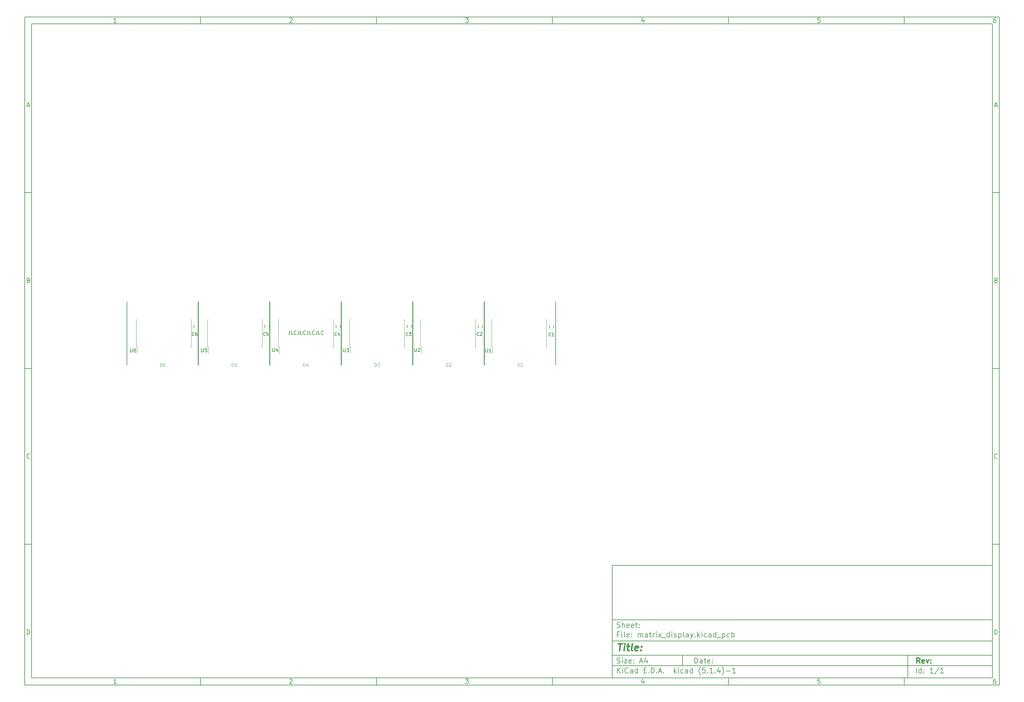
<source format=gto>
G04 #@! TF.GenerationSoftware,KiCad,Pcbnew,(5.1.4)-1*
G04 #@! TF.CreationDate,2019-10-28T14:50:51+08:00*
G04 #@! TF.ProjectId,matrix_display,6d617472-6978-45f6-9469-73706c61792e,rev?*
G04 #@! TF.SameCoordinates,Original*
G04 #@! TF.FileFunction,Legend,Top*
G04 #@! TF.FilePolarity,Positive*
%FSLAX46Y46*%
G04 Gerber Fmt 4.6, Leading zero omitted, Abs format (unit mm)*
G04 Created by KiCad (PCBNEW (5.1.4)-1) date 2019-10-28 14:50:51*
%MOMM*%
%LPD*%
G04 APERTURE LIST*
%ADD10C,0.150000*%
%ADD11C,0.300000*%
%ADD12C,0.400000*%
%ADD13C,0.120000*%
G04 APERTURE END LIST*
D10*
X177002200Y-166007200D02*
X177002200Y-198007200D01*
X285002200Y-198007200D01*
X285002200Y-166007200D01*
X177002200Y-166007200D01*
X10000000Y-10000000D02*
X10000000Y-200007200D01*
X287002200Y-200007200D01*
X287002200Y-10000000D01*
X10000000Y-10000000D01*
X12000000Y-12000000D02*
X12000000Y-198007200D01*
X285002200Y-198007200D01*
X285002200Y-12000000D01*
X12000000Y-12000000D01*
X60000000Y-12000000D02*
X60000000Y-10000000D01*
X110000000Y-12000000D02*
X110000000Y-10000000D01*
X160000000Y-12000000D02*
X160000000Y-10000000D01*
X210000000Y-12000000D02*
X210000000Y-10000000D01*
X260000000Y-12000000D02*
X260000000Y-10000000D01*
X36065476Y-11588095D02*
X35322619Y-11588095D01*
X35694047Y-11588095D02*
X35694047Y-10288095D01*
X35570238Y-10473809D01*
X35446428Y-10597619D01*
X35322619Y-10659523D01*
X85322619Y-10411904D02*
X85384523Y-10350000D01*
X85508333Y-10288095D01*
X85817857Y-10288095D01*
X85941666Y-10350000D01*
X86003571Y-10411904D01*
X86065476Y-10535714D01*
X86065476Y-10659523D01*
X86003571Y-10845238D01*
X85260714Y-11588095D01*
X86065476Y-11588095D01*
X135260714Y-10288095D02*
X136065476Y-10288095D01*
X135632142Y-10783333D01*
X135817857Y-10783333D01*
X135941666Y-10845238D01*
X136003571Y-10907142D01*
X136065476Y-11030952D01*
X136065476Y-11340476D01*
X136003571Y-11464285D01*
X135941666Y-11526190D01*
X135817857Y-11588095D01*
X135446428Y-11588095D01*
X135322619Y-11526190D01*
X135260714Y-11464285D01*
X185941666Y-10721428D02*
X185941666Y-11588095D01*
X185632142Y-10226190D02*
X185322619Y-11154761D01*
X186127380Y-11154761D01*
X236003571Y-10288095D02*
X235384523Y-10288095D01*
X235322619Y-10907142D01*
X235384523Y-10845238D01*
X235508333Y-10783333D01*
X235817857Y-10783333D01*
X235941666Y-10845238D01*
X236003571Y-10907142D01*
X236065476Y-11030952D01*
X236065476Y-11340476D01*
X236003571Y-11464285D01*
X235941666Y-11526190D01*
X235817857Y-11588095D01*
X235508333Y-11588095D01*
X235384523Y-11526190D01*
X235322619Y-11464285D01*
X285941666Y-10288095D02*
X285694047Y-10288095D01*
X285570238Y-10350000D01*
X285508333Y-10411904D01*
X285384523Y-10597619D01*
X285322619Y-10845238D01*
X285322619Y-11340476D01*
X285384523Y-11464285D01*
X285446428Y-11526190D01*
X285570238Y-11588095D01*
X285817857Y-11588095D01*
X285941666Y-11526190D01*
X286003571Y-11464285D01*
X286065476Y-11340476D01*
X286065476Y-11030952D01*
X286003571Y-10907142D01*
X285941666Y-10845238D01*
X285817857Y-10783333D01*
X285570238Y-10783333D01*
X285446428Y-10845238D01*
X285384523Y-10907142D01*
X285322619Y-11030952D01*
X60000000Y-198007200D02*
X60000000Y-200007200D01*
X110000000Y-198007200D02*
X110000000Y-200007200D01*
X160000000Y-198007200D02*
X160000000Y-200007200D01*
X210000000Y-198007200D02*
X210000000Y-200007200D01*
X260000000Y-198007200D02*
X260000000Y-200007200D01*
X36065476Y-199595295D02*
X35322619Y-199595295D01*
X35694047Y-199595295D02*
X35694047Y-198295295D01*
X35570238Y-198481009D01*
X35446428Y-198604819D01*
X35322619Y-198666723D01*
X85322619Y-198419104D02*
X85384523Y-198357200D01*
X85508333Y-198295295D01*
X85817857Y-198295295D01*
X85941666Y-198357200D01*
X86003571Y-198419104D01*
X86065476Y-198542914D01*
X86065476Y-198666723D01*
X86003571Y-198852438D01*
X85260714Y-199595295D01*
X86065476Y-199595295D01*
X135260714Y-198295295D02*
X136065476Y-198295295D01*
X135632142Y-198790533D01*
X135817857Y-198790533D01*
X135941666Y-198852438D01*
X136003571Y-198914342D01*
X136065476Y-199038152D01*
X136065476Y-199347676D01*
X136003571Y-199471485D01*
X135941666Y-199533390D01*
X135817857Y-199595295D01*
X135446428Y-199595295D01*
X135322619Y-199533390D01*
X135260714Y-199471485D01*
X185941666Y-198728628D02*
X185941666Y-199595295D01*
X185632142Y-198233390D02*
X185322619Y-199161961D01*
X186127380Y-199161961D01*
X236003571Y-198295295D02*
X235384523Y-198295295D01*
X235322619Y-198914342D01*
X235384523Y-198852438D01*
X235508333Y-198790533D01*
X235817857Y-198790533D01*
X235941666Y-198852438D01*
X236003571Y-198914342D01*
X236065476Y-199038152D01*
X236065476Y-199347676D01*
X236003571Y-199471485D01*
X235941666Y-199533390D01*
X235817857Y-199595295D01*
X235508333Y-199595295D01*
X235384523Y-199533390D01*
X235322619Y-199471485D01*
X285941666Y-198295295D02*
X285694047Y-198295295D01*
X285570238Y-198357200D01*
X285508333Y-198419104D01*
X285384523Y-198604819D01*
X285322619Y-198852438D01*
X285322619Y-199347676D01*
X285384523Y-199471485D01*
X285446428Y-199533390D01*
X285570238Y-199595295D01*
X285817857Y-199595295D01*
X285941666Y-199533390D01*
X286003571Y-199471485D01*
X286065476Y-199347676D01*
X286065476Y-199038152D01*
X286003571Y-198914342D01*
X285941666Y-198852438D01*
X285817857Y-198790533D01*
X285570238Y-198790533D01*
X285446428Y-198852438D01*
X285384523Y-198914342D01*
X285322619Y-199038152D01*
X10000000Y-60000000D02*
X12000000Y-60000000D01*
X10000000Y-110000000D02*
X12000000Y-110000000D01*
X10000000Y-160000000D02*
X12000000Y-160000000D01*
X10690476Y-35216666D02*
X11309523Y-35216666D01*
X10566666Y-35588095D02*
X11000000Y-34288095D01*
X11433333Y-35588095D01*
X11092857Y-84907142D02*
X11278571Y-84969047D01*
X11340476Y-85030952D01*
X11402380Y-85154761D01*
X11402380Y-85340476D01*
X11340476Y-85464285D01*
X11278571Y-85526190D01*
X11154761Y-85588095D01*
X10659523Y-85588095D01*
X10659523Y-84288095D01*
X11092857Y-84288095D01*
X11216666Y-84350000D01*
X11278571Y-84411904D01*
X11340476Y-84535714D01*
X11340476Y-84659523D01*
X11278571Y-84783333D01*
X11216666Y-84845238D01*
X11092857Y-84907142D01*
X10659523Y-84907142D01*
X11402380Y-135464285D02*
X11340476Y-135526190D01*
X11154761Y-135588095D01*
X11030952Y-135588095D01*
X10845238Y-135526190D01*
X10721428Y-135402380D01*
X10659523Y-135278571D01*
X10597619Y-135030952D01*
X10597619Y-134845238D01*
X10659523Y-134597619D01*
X10721428Y-134473809D01*
X10845238Y-134350000D01*
X11030952Y-134288095D01*
X11154761Y-134288095D01*
X11340476Y-134350000D01*
X11402380Y-134411904D01*
X10659523Y-185588095D02*
X10659523Y-184288095D01*
X10969047Y-184288095D01*
X11154761Y-184350000D01*
X11278571Y-184473809D01*
X11340476Y-184597619D01*
X11402380Y-184845238D01*
X11402380Y-185030952D01*
X11340476Y-185278571D01*
X11278571Y-185402380D01*
X11154761Y-185526190D01*
X10969047Y-185588095D01*
X10659523Y-185588095D01*
X287002200Y-60000000D02*
X285002200Y-60000000D01*
X287002200Y-110000000D02*
X285002200Y-110000000D01*
X287002200Y-160000000D02*
X285002200Y-160000000D01*
X285692676Y-35216666D02*
X286311723Y-35216666D01*
X285568866Y-35588095D02*
X286002200Y-34288095D01*
X286435533Y-35588095D01*
X286095057Y-84907142D02*
X286280771Y-84969047D01*
X286342676Y-85030952D01*
X286404580Y-85154761D01*
X286404580Y-85340476D01*
X286342676Y-85464285D01*
X286280771Y-85526190D01*
X286156961Y-85588095D01*
X285661723Y-85588095D01*
X285661723Y-84288095D01*
X286095057Y-84288095D01*
X286218866Y-84350000D01*
X286280771Y-84411904D01*
X286342676Y-84535714D01*
X286342676Y-84659523D01*
X286280771Y-84783333D01*
X286218866Y-84845238D01*
X286095057Y-84907142D01*
X285661723Y-84907142D01*
X286404580Y-135464285D02*
X286342676Y-135526190D01*
X286156961Y-135588095D01*
X286033152Y-135588095D01*
X285847438Y-135526190D01*
X285723628Y-135402380D01*
X285661723Y-135278571D01*
X285599819Y-135030952D01*
X285599819Y-134845238D01*
X285661723Y-134597619D01*
X285723628Y-134473809D01*
X285847438Y-134350000D01*
X286033152Y-134288095D01*
X286156961Y-134288095D01*
X286342676Y-134350000D01*
X286404580Y-134411904D01*
X285661723Y-185588095D02*
X285661723Y-184288095D01*
X285971247Y-184288095D01*
X286156961Y-184350000D01*
X286280771Y-184473809D01*
X286342676Y-184597619D01*
X286404580Y-184845238D01*
X286404580Y-185030952D01*
X286342676Y-185278571D01*
X286280771Y-185402380D01*
X286156961Y-185526190D01*
X285971247Y-185588095D01*
X285661723Y-185588095D01*
X200434342Y-193785771D02*
X200434342Y-192285771D01*
X200791485Y-192285771D01*
X201005771Y-192357200D01*
X201148628Y-192500057D01*
X201220057Y-192642914D01*
X201291485Y-192928628D01*
X201291485Y-193142914D01*
X201220057Y-193428628D01*
X201148628Y-193571485D01*
X201005771Y-193714342D01*
X200791485Y-193785771D01*
X200434342Y-193785771D01*
X202577200Y-193785771D02*
X202577200Y-193000057D01*
X202505771Y-192857200D01*
X202362914Y-192785771D01*
X202077200Y-192785771D01*
X201934342Y-192857200D01*
X202577200Y-193714342D02*
X202434342Y-193785771D01*
X202077200Y-193785771D01*
X201934342Y-193714342D01*
X201862914Y-193571485D01*
X201862914Y-193428628D01*
X201934342Y-193285771D01*
X202077200Y-193214342D01*
X202434342Y-193214342D01*
X202577200Y-193142914D01*
X203077200Y-192785771D02*
X203648628Y-192785771D01*
X203291485Y-192285771D02*
X203291485Y-193571485D01*
X203362914Y-193714342D01*
X203505771Y-193785771D01*
X203648628Y-193785771D01*
X204720057Y-193714342D02*
X204577200Y-193785771D01*
X204291485Y-193785771D01*
X204148628Y-193714342D01*
X204077200Y-193571485D01*
X204077200Y-193000057D01*
X204148628Y-192857200D01*
X204291485Y-192785771D01*
X204577200Y-192785771D01*
X204720057Y-192857200D01*
X204791485Y-193000057D01*
X204791485Y-193142914D01*
X204077200Y-193285771D01*
X205434342Y-193642914D02*
X205505771Y-193714342D01*
X205434342Y-193785771D01*
X205362914Y-193714342D01*
X205434342Y-193642914D01*
X205434342Y-193785771D01*
X205434342Y-192857200D02*
X205505771Y-192928628D01*
X205434342Y-193000057D01*
X205362914Y-192928628D01*
X205434342Y-192857200D01*
X205434342Y-193000057D01*
X177002200Y-194507200D02*
X285002200Y-194507200D01*
X178434342Y-196585771D02*
X178434342Y-195085771D01*
X179291485Y-196585771D02*
X178648628Y-195728628D01*
X179291485Y-195085771D02*
X178434342Y-195942914D01*
X179934342Y-196585771D02*
X179934342Y-195585771D01*
X179934342Y-195085771D02*
X179862914Y-195157200D01*
X179934342Y-195228628D01*
X180005771Y-195157200D01*
X179934342Y-195085771D01*
X179934342Y-195228628D01*
X181505771Y-196442914D02*
X181434342Y-196514342D01*
X181220057Y-196585771D01*
X181077200Y-196585771D01*
X180862914Y-196514342D01*
X180720057Y-196371485D01*
X180648628Y-196228628D01*
X180577200Y-195942914D01*
X180577200Y-195728628D01*
X180648628Y-195442914D01*
X180720057Y-195300057D01*
X180862914Y-195157200D01*
X181077200Y-195085771D01*
X181220057Y-195085771D01*
X181434342Y-195157200D01*
X181505771Y-195228628D01*
X182791485Y-196585771D02*
X182791485Y-195800057D01*
X182720057Y-195657200D01*
X182577200Y-195585771D01*
X182291485Y-195585771D01*
X182148628Y-195657200D01*
X182791485Y-196514342D02*
X182648628Y-196585771D01*
X182291485Y-196585771D01*
X182148628Y-196514342D01*
X182077200Y-196371485D01*
X182077200Y-196228628D01*
X182148628Y-196085771D01*
X182291485Y-196014342D01*
X182648628Y-196014342D01*
X182791485Y-195942914D01*
X184148628Y-196585771D02*
X184148628Y-195085771D01*
X184148628Y-196514342D02*
X184005771Y-196585771D01*
X183720057Y-196585771D01*
X183577200Y-196514342D01*
X183505771Y-196442914D01*
X183434342Y-196300057D01*
X183434342Y-195871485D01*
X183505771Y-195728628D01*
X183577200Y-195657200D01*
X183720057Y-195585771D01*
X184005771Y-195585771D01*
X184148628Y-195657200D01*
X186005771Y-195800057D02*
X186505771Y-195800057D01*
X186720057Y-196585771D02*
X186005771Y-196585771D01*
X186005771Y-195085771D01*
X186720057Y-195085771D01*
X187362914Y-196442914D02*
X187434342Y-196514342D01*
X187362914Y-196585771D01*
X187291485Y-196514342D01*
X187362914Y-196442914D01*
X187362914Y-196585771D01*
X188077200Y-196585771D02*
X188077200Y-195085771D01*
X188434342Y-195085771D01*
X188648628Y-195157200D01*
X188791485Y-195300057D01*
X188862914Y-195442914D01*
X188934342Y-195728628D01*
X188934342Y-195942914D01*
X188862914Y-196228628D01*
X188791485Y-196371485D01*
X188648628Y-196514342D01*
X188434342Y-196585771D01*
X188077200Y-196585771D01*
X189577200Y-196442914D02*
X189648628Y-196514342D01*
X189577200Y-196585771D01*
X189505771Y-196514342D01*
X189577200Y-196442914D01*
X189577200Y-196585771D01*
X190220057Y-196157200D02*
X190934342Y-196157200D01*
X190077200Y-196585771D02*
X190577200Y-195085771D01*
X191077200Y-196585771D01*
X191577200Y-196442914D02*
X191648628Y-196514342D01*
X191577200Y-196585771D01*
X191505771Y-196514342D01*
X191577200Y-196442914D01*
X191577200Y-196585771D01*
X194577200Y-196585771D02*
X194577200Y-195085771D01*
X194720057Y-196014342D02*
X195148628Y-196585771D01*
X195148628Y-195585771D02*
X194577200Y-196157200D01*
X195791485Y-196585771D02*
X195791485Y-195585771D01*
X195791485Y-195085771D02*
X195720057Y-195157200D01*
X195791485Y-195228628D01*
X195862914Y-195157200D01*
X195791485Y-195085771D01*
X195791485Y-195228628D01*
X197148628Y-196514342D02*
X197005771Y-196585771D01*
X196720057Y-196585771D01*
X196577200Y-196514342D01*
X196505771Y-196442914D01*
X196434342Y-196300057D01*
X196434342Y-195871485D01*
X196505771Y-195728628D01*
X196577200Y-195657200D01*
X196720057Y-195585771D01*
X197005771Y-195585771D01*
X197148628Y-195657200D01*
X198434342Y-196585771D02*
X198434342Y-195800057D01*
X198362914Y-195657200D01*
X198220057Y-195585771D01*
X197934342Y-195585771D01*
X197791485Y-195657200D01*
X198434342Y-196514342D02*
X198291485Y-196585771D01*
X197934342Y-196585771D01*
X197791485Y-196514342D01*
X197720057Y-196371485D01*
X197720057Y-196228628D01*
X197791485Y-196085771D01*
X197934342Y-196014342D01*
X198291485Y-196014342D01*
X198434342Y-195942914D01*
X199791485Y-196585771D02*
X199791485Y-195085771D01*
X199791485Y-196514342D02*
X199648628Y-196585771D01*
X199362914Y-196585771D01*
X199220057Y-196514342D01*
X199148628Y-196442914D01*
X199077200Y-196300057D01*
X199077200Y-195871485D01*
X199148628Y-195728628D01*
X199220057Y-195657200D01*
X199362914Y-195585771D01*
X199648628Y-195585771D01*
X199791485Y-195657200D01*
X202077200Y-197157200D02*
X202005771Y-197085771D01*
X201862914Y-196871485D01*
X201791485Y-196728628D01*
X201720057Y-196514342D01*
X201648628Y-196157200D01*
X201648628Y-195871485D01*
X201720057Y-195514342D01*
X201791485Y-195300057D01*
X201862914Y-195157200D01*
X202005771Y-194942914D01*
X202077200Y-194871485D01*
X203362914Y-195085771D02*
X202648628Y-195085771D01*
X202577200Y-195800057D01*
X202648628Y-195728628D01*
X202791485Y-195657200D01*
X203148628Y-195657200D01*
X203291485Y-195728628D01*
X203362914Y-195800057D01*
X203434342Y-195942914D01*
X203434342Y-196300057D01*
X203362914Y-196442914D01*
X203291485Y-196514342D01*
X203148628Y-196585771D01*
X202791485Y-196585771D01*
X202648628Y-196514342D01*
X202577200Y-196442914D01*
X204077200Y-196442914D02*
X204148628Y-196514342D01*
X204077200Y-196585771D01*
X204005771Y-196514342D01*
X204077200Y-196442914D01*
X204077200Y-196585771D01*
X205577200Y-196585771D02*
X204720057Y-196585771D01*
X205148628Y-196585771D02*
X205148628Y-195085771D01*
X205005771Y-195300057D01*
X204862914Y-195442914D01*
X204720057Y-195514342D01*
X206220057Y-196442914D02*
X206291485Y-196514342D01*
X206220057Y-196585771D01*
X206148628Y-196514342D01*
X206220057Y-196442914D01*
X206220057Y-196585771D01*
X207577200Y-195585771D02*
X207577200Y-196585771D01*
X207220057Y-195014342D02*
X206862914Y-196085771D01*
X207791485Y-196085771D01*
X208220057Y-197157200D02*
X208291485Y-197085771D01*
X208434342Y-196871485D01*
X208505771Y-196728628D01*
X208577200Y-196514342D01*
X208648628Y-196157200D01*
X208648628Y-195871485D01*
X208577200Y-195514342D01*
X208505771Y-195300057D01*
X208434342Y-195157200D01*
X208291485Y-194942914D01*
X208220057Y-194871485D01*
X209362914Y-196014342D02*
X210505771Y-196014342D01*
X212005771Y-196585771D02*
X211148628Y-196585771D01*
X211577200Y-196585771D02*
X211577200Y-195085771D01*
X211434342Y-195300057D01*
X211291485Y-195442914D01*
X211148628Y-195514342D01*
X177002200Y-191507200D02*
X285002200Y-191507200D01*
D11*
X264411485Y-193785771D02*
X263911485Y-193071485D01*
X263554342Y-193785771D02*
X263554342Y-192285771D01*
X264125771Y-192285771D01*
X264268628Y-192357200D01*
X264340057Y-192428628D01*
X264411485Y-192571485D01*
X264411485Y-192785771D01*
X264340057Y-192928628D01*
X264268628Y-193000057D01*
X264125771Y-193071485D01*
X263554342Y-193071485D01*
X265625771Y-193714342D02*
X265482914Y-193785771D01*
X265197200Y-193785771D01*
X265054342Y-193714342D01*
X264982914Y-193571485D01*
X264982914Y-193000057D01*
X265054342Y-192857200D01*
X265197200Y-192785771D01*
X265482914Y-192785771D01*
X265625771Y-192857200D01*
X265697200Y-193000057D01*
X265697200Y-193142914D01*
X264982914Y-193285771D01*
X266197200Y-192785771D02*
X266554342Y-193785771D01*
X266911485Y-192785771D01*
X267482914Y-193642914D02*
X267554342Y-193714342D01*
X267482914Y-193785771D01*
X267411485Y-193714342D01*
X267482914Y-193642914D01*
X267482914Y-193785771D01*
X267482914Y-192857200D02*
X267554342Y-192928628D01*
X267482914Y-193000057D01*
X267411485Y-192928628D01*
X267482914Y-192857200D01*
X267482914Y-193000057D01*
D10*
X178362914Y-193714342D02*
X178577200Y-193785771D01*
X178934342Y-193785771D01*
X179077200Y-193714342D01*
X179148628Y-193642914D01*
X179220057Y-193500057D01*
X179220057Y-193357200D01*
X179148628Y-193214342D01*
X179077200Y-193142914D01*
X178934342Y-193071485D01*
X178648628Y-193000057D01*
X178505771Y-192928628D01*
X178434342Y-192857200D01*
X178362914Y-192714342D01*
X178362914Y-192571485D01*
X178434342Y-192428628D01*
X178505771Y-192357200D01*
X178648628Y-192285771D01*
X179005771Y-192285771D01*
X179220057Y-192357200D01*
X179862914Y-193785771D02*
X179862914Y-192785771D01*
X179862914Y-192285771D02*
X179791485Y-192357200D01*
X179862914Y-192428628D01*
X179934342Y-192357200D01*
X179862914Y-192285771D01*
X179862914Y-192428628D01*
X180434342Y-192785771D02*
X181220057Y-192785771D01*
X180434342Y-193785771D01*
X181220057Y-193785771D01*
X182362914Y-193714342D02*
X182220057Y-193785771D01*
X181934342Y-193785771D01*
X181791485Y-193714342D01*
X181720057Y-193571485D01*
X181720057Y-193000057D01*
X181791485Y-192857200D01*
X181934342Y-192785771D01*
X182220057Y-192785771D01*
X182362914Y-192857200D01*
X182434342Y-193000057D01*
X182434342Y-193142914D01*
X181720057Y-193285771D01*
X183077200Y-193642914D02*
X183148628Y-193714342D01*
X183077200Y-193785771D01*
X183005771Y-193714342D01*
X183077200Y-193642914D01*
X183077200Y-193785771D01*
X183077200Y-192857200D02*
X183148628Y-192928628D01*
X183077200Y-193000057D01*
X183005771Y-192928628D01*
X183077200Y-192857200D01*
X183077200Y-193000057D01*
X184862914Y-193357200D02*
X185577200Y-193357200D01*
X184720057Y-193785771D02*
X185220057Y-192285771D01*
X185720057Y-193785771D01*
X186862914Y-192785771D02*
X186862914Y-193785771D01*
X186505771Y-192214342D02*
X186148628Y-193285771D01*
X187077200Y-193285771D01*
X263434342Y-196585771D02*
X263434342Y-195085771D01*
X264791485Y-196585771D02*
X264791485Y-195085771D01*
X264791485Y-196514342D02*
X264648628Y-196585771D01*
X264362914Y-196585771D01*
X264220057Y-196514342D01*
X264148628Y-196442914D01*
X264077200Y-196300057D01*
X264077200Y-195871485D01*
X264148628Y-195728628D01*
X264220057Y-195657200D01*
X264362914Y-195585771D01*
X264648628Y-195585771D01*
X264791485Y-195657200D01*
X265505771Y-196442914D02*
X265577200Y-196514342D01*
X265505771Y-196585771D01*
X265434342Y-196514342D01*
X265505771Y-196442914D01*
X265505771Y-196585771D01*
X265505771Y-195657200D02*
X265577200Y-195728628D01*
X265505771Y-195800057D01*
X265434342Y-195728628D01*
X265505771Y-195657200D01*
X265505771Y-195800057D01*
X268148628Y-196585771D02*
X267291485Y-196585771D01*
X267720057Y-196585771D02*
X267720057Y-195085771D01*
X267577200Y-195300057D01*
X267434342Y-195442914D01*
X267291485Y-195514342D01*
X269862914Y-195014342D02*
X268577200Y-196942914D01*
X271148628Y-196585771D02*
X270291485Y-196585771D01*
X270720057Y-196585771D02*
X270720057Y-195085771D01*
X270577200Y-195300057D01*
X270434342Y-195442914D01*
X270291485Y-195514342D01*
X177002200Y-187507200D02*
X285002200Y-187507200D01*
D12*
X178714580Y-188211961D02*
X179857438Y-188211961D01*
X179036009Y-190211961D02*
X179286009Y-188211961D01*
X180274104Y-190211961D02*
X180440771Y-188878628D01*
X180524104Y-188211961D02*
X180416961Y-188307200D01*
X180500295Y-188402438D01*
X180607438Y-188307200D01*
X180524104Y-188211961D01*
X180500295Y-188402438D01*
X181107438Y-188878628D02*
X181869342Y-188878628D01*
X181476485Y-188211961D02*
X181262200Y-189926247D01*
X181333628Y-190116723D01*
X181512200Y-190211961D01*
X181702676Y-190211961D01*
X182655057Y-190211961D02*
X182476485Y-190116723D01*
X182405057Y-189926247D01*
X182619342Y-188211961D01*
X184190771Y-190116723D02*
X183988390Y-190211961D01*
X183607438Y-190211961D01*
X183428866Y-190116723D01*
X183357438Y-189926247D01*
X183452676Y-189164342D01*
X183571723Y-188973866D01*
X183774104Y-188878628D01*
X184155057Y-188878628D01*
X184333628Y-188973866D01*
X184405057Y-189164342D01*
X184381247Y-189354819D01*
X183405057Y-189545295D01*
X185155057Y-190021485D02*
X185238390Y-190116723D01*
X185131247Y-190211961D01*
X185047914Y-190116723D01*
X185155057Y-190021485D01*
X185131247Y-190211961D01*
X185286009Y-188973866D02*
X185369342Y-189069104D01*
X185262200Y-189164342D01*
X185178866Y-189069104D01*
X185286009Y-188973866D01*
X185262200Y-189164342D01*
D10*
X178934342Y-185600057D02*
X178434342Y-185600057D01*
X178434342Y-186385771D02*
X178434342Y-184885771D01*
X179148628Y-184885771D01*
X179720057Y-186385771D02*
X179720057Y-185385771D01*
X179720057Y-184885771D02*
X179648628Y-184957200D01*
X179720057Y-185028628D01*
X179791485Y-184957200D01*
X179720057Y-184885771D01*
X179720057Y-185028628D01*
X180648628Y-186385771D02*
X180505771Y-186314342D01*
X180434342Y-186171485D01*
X180434342Y-184885771D01*
X181791485Y-186314342D02*
X181648628Y-186385771D01*
X181362914Y-186385771D01*
X181220057Y-186314342D01*
X181148628Y-186171485D01*
X181148628Y-185600057D01*
X181220057Y-185457200D01*
X181362914Y-185385771D01*
X181648628Y-185385771D01*
X181791485Y-185457200D01*
X181862914Y-185600057D01*
X181862914Y-185742914D01*
X181148628Y-185885771D01*
X182505771Y-186242914D02*
X182577200Y-186314342D01*
X182505771Y-186385771D01*
X182434342Y-186314342D01*
X182505771Y-186242914D01*
X182505771Y-186385771D01*
X182505771Y-185457200D02*
X182577200Y-185528628D01*
X182505771Y-185600057D01*
X182434342Y-185528628D01*
X182505771Y-185457200D01*
X182505771Y-185600057D01*
X184362914Y-186385771D02*
X184362914Y-185385771D01*
X184362914Y-185528628D02*
X184434342Y-185457200D01*
X184577200Y-185385771D01*
X184791485Y-185385771D01*
X184934342Y-185457200D01*
X185005771Y-185600057D01*
X185005771Y-186385771D01*
X185005771Y-185600057D02*
X185077200Y-185457200D01*
X185220057Y-185385771D01*
X185434342Y-185385771D01*
X185577200Y-185457200D01*
X185648628Y-185600057D01*
X185648628Y-186385771D01*
X187005771Y-186385771D02*
X187005771Y-185600057D01*
X186934342Y-185457200D01*
X186791485Y-185385771D01*
X186505771Y-185385771D01*
X186362914Y-185457200D01*
X187005771Y-186314342D02*
X186862914Y-186385771D01*
X186505771Y-186385771D01*
X186362914Y-186314342D01*
X186291485Y-186171485D01*
X186291485Y-186028628D01*
X186362914Y-185885771D01*
X186505771Y-185814342D01*
X186862914Y-185814342D01*
X187005771Y-185742914D01*
X187505771Y-185385771D02*
X188077200Y-185385771D01*
X187720057Y-184885771D02*
X187720057Y-186171485D01*
X187791485Y-186314342D01*
X187934342Y-186385771D01*
X188077200Y-186385771D01*
X188577200Y-186385771D02*
X188577200Y-185385771D01*
X188577200Y-185671485D02*
X188648628Y-185528628D01*
X188720057Y-185457200D01*
X188862914Y-185385771D01*
X189005771Y-185385771D01*
X189505771Y-186385771D02*
X189505771Y-185385771D01*
X189505771Y-184885771D02*
X189434342Y-184957200D01*
X189505771Y-185028628D01*
X189577200Y-184957200D01*
X189505771Y-184885771D01*
X189505771Y-185028628D01*
X190077200Y-186385771D02*
X190862914Y-185385771D01*
X190077200Y-185385771D02*
X190862914Y-186385771D01*
X191077200Y-186528628D02*
X192220057Y-186528628D01*
X193220057Y-186385771D02*
X193220057Y-184885771D01*
X193220057Y-186314342D02*
X193077200Y-186385771D01*
X192791485Y-186385771D01*
X192648628Y-186314342D01*
X192577200Y-186242914D01*
X192505771Y-186100057D01*
X192505771Y-185671485D01*
X192577200Y-185528628D01*
X192648628Y-185457200D01*
X192791485Y-185385771D01*
X193077200Y-185385771D01*
X193220057Y-185457200D01*
X193934342Y-186385771D02*
X193934342Y-185385771D01*
X193934342Y-184885771D02*
X193862914Y-184957200D01*
X193934342Y-185028628D01*
X194005771Y-184957200D01*
X193934342Y-184885771D01*
X193934342Y-185028628D01*
X194577200Y-186314342D02*
X194720057Y-186385771D01*
X195005771Y-186385771D01*
X195148628Y-186314342D01*
X195220057Y-186171485D01*
X195220057Y-186100057D01*
X195148628Y-185957200D01*
X195005771Y-185885771D01*
X194791485Y-185885771D01*
X194648628Y-185814342D01*
X194577200Y-185671485D01*
X194577200Y-185600057D01*
X194648628Y-185457200D01*
X194791485Y-185385771D01*
X195005771Y-185385771D01*
X195148628Y-185457200D01*
X195862914Y-185385771D02*
X195862914Y-186885771D01*
X195862914Y-185457200D02*
X196005771Y-185385771D01*
X196291485Y-185385771D01*
X196434342Y-185457200D01*
X196505771Y-185528628D01*
X196577200Y-185671485D01*
X196577200Y-186100057D01*
X196505771Y-186242914D01*
X196434342Y-186314342D01*
X196291485Y-186385771D01*
X196005771Y-186385771D01*
X195862914Y-186314342D01*
X197434342Y-186385771D02*
X197291485Y-186314342D01*
X197220057Y-186171485D01*
X197220057Y-184885771D01*
X198648628Y-186385771D02*
X198648628Y-185600057D01*
X198577200Y-185457200D01*
X198434342Y-185385771D01*
X198148628Y-185385771D01*
X198005771Y-185457200D01*
X198648628Y-186314342D02*
X198505771Y-186385771D01*
X198148628Y-186385771D01*
X198005771Y-186314342D01*
X197934342Y-186171485D01*
X197934342Y-186028628D01*
X198005771Y-185885771D01*
X198148628Y-185814342D01*
X198505771Y-185814342D01*
X198648628Y-185742914D01*
X199220057Y-185385771D02*
X199577200Y-186385771D01*
X199934342Y-185385771D02*
X199577200Y-186385771D01*
X199434342Y-186742914D01*
X199362914Y-186814342D01*
X199220057Y-186885771D01*
X200505771Y-186242914D02*
X200577200Y-186314342D01*
X200505771Y-186385771D01*
X200434342Y-186314342D01*
X200505771Y-186242914D01*
X200505771Y-186385771D01*
X201220057Y-186385771D02*
X201220057Y-184885771D01*
X201362914Y-185814342D02*
X201791485Y-186385771D01*
X201791485Y-185385771D02*
X201220057Y-185957200D01*
X202434342Y-186385771D02*
X202434342Y-185385771D01*
X202434342Y-184885771D02*
X202362914Y-184957200D01*
X202434342Y-185028628D01*
X202505771Y-184957200D01*
X202434342Y-184885771D01*
X202434342Y-185028628D01*
X203791485Y-186314342D02*
X203648628Y-186385771D01*
X203362914Y-186385771D01*
X203220057Y-186314342D01*
X203148628Y-186242914D01*
X203077200Y-186100057D01*
X203077200Y-185671485D01*
X203148628Y-185528628D01*
X203220057Y-185457200D01*
X203362914Y-185385771D01*
X203648628Y-185385771D01*
X203791485Y-185457200D01*
X205077200Y-186385771D02*
X205077200Y-185600057D01*
X205005771Y-185457200D01*
X204862914Y-185385771D01*
X204577200Y-185385771D01*
X204434342Y-185457200D01*
X205077200Y-186314342D02*
X204934342Y-186385771D01*
X204577200Y-186385771D01*
X204434342Y-186314342D01*
X204362914Y-186171485D01*
X204362914Y-186028628D01*
X204434342Y-185885771D01*
X204577200Y-185814342D01*
X204934342Y-185814342D01*
X205077200Y-185742914D01*
X206434342Y-186385771D02*
X206434342Y-184885771D01*
X206434342Y-186314342D02*
X206291485Y-186385771D01*
X206005771Y-186385771D01*
X205862914Y-186314342D01*
X205791485Y-186242914D01*
X205720057Y-186100057D01*
X205720057Y-185671485D01*
X205791485Y-185528628D01*
X205862914Y-185457200D01*
X206005771Y-185385771D01*
X206291485Y-185385771D01*
X206434342Y-185457200D01*
X206791485Y-186528628D02*
X207934342Y-186528628D01*
X208291485Y-185385771D02*
X208291485Y-186885771D01*
X208291485Y-185457200D02*
X208434342Y-185385771D01*
X208720057Y-185385771D01*
X208862914Y-185457200D01*
X208934342Y-185528628D01*
X209005771Y-185671485D01*
X209005771Y-186100057D01*
X208934342Y-186242914D01*
X208862914Y-186314342D01*
X208720057Y-186385771D01*
X208434342Y-186385771D01*
X208291485Y-186314342D01*
X210291485Y-186314342D02*
X210148628Y-186385771D01*
X209862914Y-186385771D01*
X209720057Y-186314342D01*
X209648628Y-186242914D01*
X209577200Y-186100057D01*
X209577200Y-185671485D01*
X209648628Y-185528628D01*
X209720057Y-185457200D01*
X209862914Y-185385771D01*
X210148628Y-185385771D01*
X210291485Y-185457200D01*
X210934342Y-186385771D02*
X210934342Y-184885771D01*
X210934342Y-185457200D02*
X211077200Y-185385771D01*
X211362914Y-185385771D01*
X211505771Y-185457200D01*
X211577200Y-185528628D01*
X211648628Y-185671485D01*
X211648628Y-186100057D01*
X211577200Y-186242914D01*
X211505771Y-186314342D01*
X211362914Y-186385771D01*
X211077200Y-186385771D01*
X210934342Y-186314342D01*
X177002200Y-181507200D02*
X285002200Y-181507200D01*
X178362914Y-183614342D02*
X178577200Y-183685771D01*
X178934342Y-183685771D01*
X179077200Y-183614342D01*
X179148628Y-183542914D01*
X179220057Y-183400057D01*
X179220057Y-183257200D01*
X179148628Y-183114342D01*
X179077200Y-183042914D01*
X178934342Y-182971485D01*
X178648628Y-182900057D01*
X178505771Y-182828628D01*
X178434342Y-182757200D01*
X178362914Y-182614342D01*
X178362914Y-182471485D01*
X178434342Y-182328628D01*
X178505771Y-182257200D01*
X178648628Y-182185771D01*
X179005771Y-182185771D01*
X179220057Y-182257200D01*
X179862914Y-183685771D02*
X179862914Y-182185771D01*
X180505771Y-183685771D02*
X180505771Y-182900057D01*
X180434342Y-182757200D01*
X180291485Y-182685771D01*
X180077200Y-182685771D01*
X179934342Y-182757200D01*
X179862914Y-182828628D01*
X181791485Y-183614342D02*
X181648628Y-183685771D01*
X181362914Y-183685771D01*
X181220057Y-183614342D01*
X181148628Y-183471485D01*
X181148628Y-182900057D01*
X181220057Y-182757200D01*
X181362914Y-182685771D01*
X181648628Y-182685771D01*
X181791485Y-182757200D01*
X181862914Y-182900057D01*
X181862914Y-183042914D01*
X181148628Y-183185771D01*
X183077200Y-183614342D02*
X182934342Y-183685771D01*
X182648628Y-183685771D01*
X182505771Y-183614342D01*
X182434342Y-183471485D01*
X182434342Y-182900057D01*
X182505771Y-182757200D01*
X182648628Y-182685771D01*
X182934342Y-182685771D01*
X183077200Y-182757200D01*
X183148628Y-182900057D01*
X183148628Y-183042914D01*
X182434342Y-183185771D01*
X183577200Y-182685771D02*
X184148628Y-182685771D01*
X183791485Y-182185771D02*
X183791485Y-183471485D01*
X183862914Y-183614342D01*
X184005771Y-183685771D01*
X184148628Y-183685771D01*
X184648628Y-183542914D02*
X184720057Y-183614342D01*
X184648628Y-183685771D01*
X184577200Y-183614342D01*
X184648628Y-183542914D01*
X184648628Y-183685771D01*
X184648628Y-182757200D02*
X184720057Y-182828628D01*
X184648628Y-182900057D01*
X184577200Y-182828628D01*
X184648628Y-182757200D01*
X184648628Y-182900057D01*
X197002200Y-191507200D02*
X197002200Y-194507200D01*
X261002200Y-191507200D02*
X261002200Y-198007200D01*
X85330952Y-99282380D02*
X85330952Y-99996666D01*
X85283333Y-100139523D01*
X85188095Y-100234761D01*
X85045238Y-100282380D01*
X84950000Y-100282380D01*
X86283333Y-100282380D02*
X85807142Y-100282380D01*
X85807142Y-99282380D01*
X87188095Y-100187142D02*
X87140476Y-100234761D01*
X86997619Y-100282380D01*
X86902380Y-100282380D01*
X86759523Y-100234761D01*
X86664285Y-100139523D01*
X86616666Y-100044285D01*
X86569047Y-99853809D01*
X86569047Y-99710952D01*
X86616666Y-99520476D01*
X86664285Y-99425238D01*
X86759523Y-99330000D01*
X86902380Y-99282380D01*
X86997619Y-99282380D01*
X87140476Y-99330000D01*
X87188095Y-99377619D01*
X87902380Y-99282380D02*
X87902380Y-99996666D01*
X87854761Y-100139523D01*
X87759523Y-100234761D01*
X87616666Y-100282380D01*
X87521428Y-100282380D01*
X88854761Y-100282380D02*
X88378571Y-100282380D01*
X88378571Y-99282380D01*
X89759523Y-100187142D02*
X89711904Y-100234761D01*
X89569047Y-100282380D01*
X89473809Y-100282380D01*
X89330952Y-100234761D01*
X89235714Y-100139523D01*
X89188095Y-100044285D01*
X89140476Y-99853809D01*
X89140476Y-99710952D01*
X89188095Y-99520476D01*
X89235714Y-99425238D01*
X89330952Y-99330000D01*
X89473809Y-99282380D01*
X89569047Y-99282380D01*
X89711904Y-99330000D01*
X89759523Y-99377619D01*
X90473809Y-99282380D02*
X90473809Y-99996666D01*
X90426190Y-100139523D01*
X90330952Y-100234761D01*
X90188095Y-100282380D01*
X90092857Y-100282380D01*
X91426190Y-100282380D02*
X90950000Y-100282380D01*
X90950000Y-99282380D01*
X92330952Y-100187142D02*
X92283333Y-100234761D01*
X92140476Y-100282380D01*
X92045238Y-100282380D01*
X91902380Y-100234761D01*
X91807142Y-100139523D01*
X91759523Y-100044285D01*
X91711904Y-99853809D01*
X91711904Y-99710952D01*
X91759523Y-99520476D01*
X91807142Y-99425238D01*
X91902380Y-99330000D01*
X92045238Y-99282380D01*
X92140476Y-99282380D01*
X92283333Y-99330000D01*
X92330952Y-99377619D01*
X93045238Y-99282380D02*
X93045238Y-99996666D01*
X92997619Y-100139523D01*
X92902380Y-100234761D01*
X92759523Y-100282380D01*
X92664285Y-100282380D01*
X93997619Y-100282380D02*
X93521428Y-100282380D01*
X93521428Y-99282380D01*
X94902380Y-100187142D02*
X94854761Y-100234761D01*
X94711904Y-100282380D01*
X94616666Y-100282380D01*
X94473809Y-100234761D01*
X94378571Y-100139523D01*
X94330952Y-100044285D01*
X94283333Y-99853809D01*
X94283333Y-99710952D01*
X94330952Y-99520476D01*
X94378571Y-99425238D01*
X94473809Y-99330000D01*
X94616666Y-99282380D01*
X94711904Y-99282380D01*
X94854761Y-99330000D01*
X94902380Y-99377619D01*
X59300000Y-109000000D02*
X59300000Y-91000000D01*
X39100000Y-109000000D02*
X39100000Y-91000000D01*
X79620000Y-109000000D02*
X79620000Y-91000000D01*
X59420000Y-109000000D02*
X59420000Y-91000000D01*
X99940000Y-109000000D02*
X99940000Y-91000000D01*
X79740000Y-109000000D02*
X79740000Y-91000000D01*
X120260000Y-109000000D02*
X120260000Y-91000000D01*
X100060000Y-109000000D02*
X100060000Y-91000000D01*
X140580000Y-109000000D02*
X140580000Y-91000000D01*
X120380000Y-109000000D02*
X120380000Y-91000000D01*
X160900000Y-109000000D02*
X160900000Y-91000000D01*
X140700000Y-109000000D02*
X140700000Y-91000000D01*
D13*
X62155000Y-103860000D02*
X62155000Y-105675000D01*
X61890000Y-103860000D02*
X62155000Y-103860000D01*
X61890000Y-100000000D02*
X61890000Y-103860000D01*
X61890000Y-96140000D02*
X62155000Y-96140000D01*
X61890000Y-100000000D02*
X61890000Y-96140000D01*
X77510000Y-103860000D02*
X77245000Y-103860000D01*
X77510000Y-100000000D02*
X77510000Y-103860000D01*
X77510000Y-96140000D02*
X77245000Y-96140000D01*
X77510000Y-100000000D02*
X77510000Y-96140000D01*
D10*
X159100000Y-98470000D02*
X159100000Y-97770000D01*
X160300000Y-97770000D02*
X160300000Y-98470000D01*
X138900000Y-98350000D02*
X138900000Y-97650000D01*
X140100000Y-97650000D02*
X140100000Y-98350000D01*
X119900000Y-97650000D02*
X119900000Y-98350000D01*
X118700000Y-98350000D02*
X118700000Y-97650000D01*
X59300000Y-97650000D02*
X59300000Y-98350000D01*
X58100000Y-98350000D02*
X58100000Y-97650000D01*
X98500000Y-98350000D02*
X98500000Y-97650000D01*
X99700000Y-97650000D02*
X99700000Y-98350000D01*
X79500000Y-97650000D02*
X79500000Y-98350000D01*
X78300000Y-98350000D02*
X78300000Y-97650000D01*
D13*
X142955000Y-103860000D02*
X142955000Y-105675000D01*
X142690000Y-103860000D02*
X142955000Y-103860000D01*
X142690000Y-100000000D02*
X142690000Y-103860000D01*
X142690000Y-96140000D02*
X142955000Y-96140000D01*
X142690000Y-100000000D02*
X142690000Y-96140000D01*
X158310000Y-103860000D02*
X158045000Y-103860000D01*
X158310000Y-100000000D02*
X158310000Y-103860000D01*
X158310000Y-96140000D02*
X158045000Y-96140000D01*
X158310000Y-100000000D02*
X158310000Y-96140000D01*
X122755000Y-103860000D02*
X122755000Y-105675000D01*
X122490000Y-103860000D02*
X122755000Y-103860000D01*
X122490000Y-100000000D02*
X122490000Y-103860000D01*
X122490000Y-96140000D02*
X122755000Y-96140000D01*
X122490000Y-100000000D02*
X122490000Y-96140000D01*
X138110000Y-103860000D02*
X137845000Y-103860000D01*
X138110000Y-100000000D02*
X138110000Y-103860000D01*
X138110000Y-96140000D02*
X137845000Y-96140000D01*
X138110000Y-100000000D02*
X138110000Y-96140000D01*
X117910000Y-100000000D02*
X117910000Y-96140000D01*
X117910000Y-96140000D02*
X117645000Y-96140000D01*
X117910000Y-100000000D02*
X117910000Y-103860000D01*
X117910000Y-103860000D02*
X117645000Y-103860000D01*
X102290000Y-100000000D02*
X102290000Y-96140000D01*
X102290000Y-96140000D02*
X102555000Y-96140000D01*
X102290000Y-100000000D02*
X102290000Y-103860000D01*
X102290000Y-103860000D02*
X102555000Y-103860000D01*
X102555000Y-103860000D02*
X102555000Y-105675000D01*
X97710000Y-100000000D02*
X97710000Y-96140000D01*
X97710000Y-96140000D02*
X97445000Y-96140000D01*
X97710000Y-100000000D02*
X97710000Y-103860000D01*
X97710000Y-103860000D02*
X97445000Y-103860000D01*
X82090000Y-100000000D02*
X82090000Y-96140000D01*
X82090000Y-96140000D02*
X82355000Y-96140000D01*
X82090000Y-100000000D02*
X82090000Y-103860000D01*
X82090000Y-103860000D02*
X82355000Y-103860000D01*
X82355000Y-103860000D02*
X82355000Y-105675000D01*
X57310000Y-100000000D02*
X57310000Y-96140000D01*
X57310000Y-96140000D02*
X57045000Y-96140000D01*
X57310000Y-100000000D02*
X57310000Y-103860000D01*
X57310000Y-103860000D02*
X57045000Y-103860000D01*
X41690000Y-100000000D02*
X41690000Y-96140000D01*
X41690000Y-96140000D02*
X41955000Y-96140000D01*
X41690000Y-100000000D02*
X41690000Y-103860000D01*
X41690000Y-103860000D02*
X41955000Y-103860000D01*
X41955000Y-103860000D02*
X41955000Y-105675000D01*
X48515714Y-109407142D02*
X48515714Y-108507142D01*
X48730000Y-108507142D01*
X48858571Y-108550000D01*
X48944285Y-108635714D01*
X48987142Y-108721428D01*
X49030000Y-108892857D01*
X49030000Y-109021428D01*
X48987142Y-109192857D01*
X48944285Y-109278571D01*
X48858571Y-109364285D01*
X48730000Y-109407142D01*
X48515714Y-109407142D01*
X49801428Y-108507142D02*
X49630000Y-108507142D01*
X49544285Y-108550000D01*
X49501428Y-108592857D01*
X49415714Y-108721428D01*
X49372857Y-108892857D01*
X49372857Y-109235714D01*
X49415714Y-109321428D01*
X49458571Y-109364285D01*
X49544285Y-109407142D01*
X49715714Y-109407142D01*
X49801428Y-109364285D01*
X49844285Y-109321428D01*
X49887142Y-109235714D01*
X49887142Y-109021428D01*
X49844285Y-108935714D01*
X49801428Y-108892857D01*
X49715714Y-108850000D01*
X49544285Y-108850000D01*
X49458571Y-108892857D01*
X49415714Y-108935714D01*
X49372857Y-109021428D01*
X68865714Y-109407142D02*
X68865714Y-108507142D01*
X69080000Y-108507142D01*
X69208571Y-108550000D01*
X69294285Y-108635714D01*
X69337142Y-108721428D01*
X69380000Y-108892857D01*
X69380000Y-109021428D01*
X69337142Y-109192857D01*
X69294285Y-109278571D01*
X69208571Y-109364285D01*
X69080000Y-109407142D01*
X68865714Y-109407142D01*
X70194285Y-108507142D02*
X69765714Y-108507142D01*
X69722857Y-108935714D01*
X69765714Y-108892857D01*
X69851428Y-108850000D01*
X70065714Y-108850000D01*
X70151428Y-108892857D01*
X70194285Y-108935714D01*
X70237142Y-109021428D01*
X70237142Y-109235714D01*
X70194285Y-109321428D01*
X70151428Y-109364285D01*
X70065714Y-109407142D01*
X69851428Y-109407142D01*
X69765714Y-109364285D01*
X69722857Y-109321428D01*
X89185714Y-109407142D02*
X89185714Y-108507142D01*
X89400000Y-108507142D01*
X89528571Y-108550000D01*
X89614285Y-108635714D01*
X89657142Y-108721428D01*
X89700000Y-108892857D01*
X89700000Y-109021428D01*
X89657142Y-109192857D01*
X89614285Y-109278571D01*
X89528571Y-109364285D01*
X89400000Y-109407142D01*
X89185714Y-109407142D01*
X90471428Y-108807142D02*
X90471428Y-109407142D01*
X90257142Y-108464285D02*
X90042857Y-109107142D01*
X90600000Y-109107142D01*
X109475714Y-109407142D02*
X109475714Y-108507142D01*
X109690000Y-108507142D01*
X109818571Y-108550000D01*
X109904285Y-108635714D01*
X109947142Y-108721428D01*
X109990000Y-108892857D01*
X109990000Y-109021428D01*
X109947142Y-109192857D01*
X109904285Y-109278571D01*
X109818571Y-109364285D01*
X109690000Y-109407142D01*
X109475714Y-109407142D01*
X110290000Y-108507142D02*
X110847142Y-108507142D01*
X110547142Y-108850000D01*
X110675714Y-108850000D01*
X110761428Y-108892857D01*
X110804285Y-108935714D01*
X110847142Y-109021428D01*
X110847142Y-109235714D01*
X110804285Y-109321428D01*
X110761428Y-109364285D01*
X110675714Y-109407142D01*
X110418571Y-109407142D01*
X110332857Y-109364285D01*
X110290000Y-109321428D01*
X129815714Y-109407142D02*
X129815714Y-108507142D01*
X130030000Y-108507142D01*
X130158571Y-108550000D01*
X130244285Y-108635714D01*
X130287142Y-108721428D01*
X130330000Y-108892857D01*
X130330000Y-109021428D01*
X130287142Y-109192857D01*
X130244285Y-109278571D01*
X130158571Y-109364285D01*
X130030000Y-109407142D01*
X129815714Y-109407142D01*
X130672857Y-108592857D02*
X130715714Y-108550000D01*
X130801428Y-108507142D01*
X131015714Y-108507142D01*
X131101428Y-108550000D01*
X131144285Y-108592857D01*
X131187142Y-108678571D01*
X131187142Y-108764285D01*
X131144285Y-108892857D01*
X130630000Y-109407142D01*
X131187142Y-109407142D01*
X150145714Y-109407142D02*
X150145714Y-108507142D01*
X150360000Y-108507142D01*
X150488571Y-108550000D01*
X150574285Y-108635714D01*
X150617142Y-108721428D01*
X150660000Y-108892857D01*
X150660000Y-109021428D01*
X150617142Y-109192857D01*
X150574285Y-109278571D01*
X150488571Y-109364285D01*
X150360000Y-109407142D01*
X150145714Y-109407142D01*
X151517142Y-109407142D02*
X151002857Y-109407142D01*
X151260000Y-109407142D02*
X151260000Y-108507142D01*
X151174285Y-108635714D01*
X151088571Y-108721428D01*
X151002857Y-108764285D01*
D10*
X60238095Y-104282380D02*
X60238095Y-105091904D01*
X60285714Y-105187142D01*
X60333333Y-105234761D01*
X60428571Y-105282380D01*
X60619047Y-105282380D01*
X60714285Y-105234761D01*
X60761904Y-105187142D01*
X60809523Y-105091904D01*
X60809523Y-104282380D01*
X61761904Y-104282380D02*
X61285714Y-104282380D01*
X61238095Y-104758571D01*
X61285714Y-104710952D01*
X61380952Y-104663333D01*
X61619047Y-104663333D01*
X61714285Y-104710952D01*
X61761904Y-104758571D01*
X61809523Y-104853809D01*
X61809523Y-105091904D01*
X61761904Y-105187142D01*
X61714285Y-105234761D01*
X61619047Y-105282380D01*
X61380952Y-105282380D01*
X61285714Y-105234761D01*
X61238095Y-105187142D01*
X159550000Y-100661428D02*
X159507142Y-100704285D01*
X159378571Y-100747142D01*
X159292857Y-100747142D01*
X159164285Y-100704285D01*
X159078571Y-100618571D01*
X159035714Y-100532857D01*
X158992857Y-100361428D01*
X158992857Y-100232857D01*
X159035714Y-100061428D01*
X159078571Y-99975714D01*
X159164285Y-99890000D01*
X159292857Y-99847142D01*
X159378571Y-99847142D01*
X159507142Y-99890000D01*
X159550000Y-99932857D01*
X160407142Y-100747142D02*
X159892857Y-100747142D01*
X160150000Y-100747142D02*
X160150000Y-99847142D01*
X160064285Y-99975714D01*
X159978571Y-100061428D01*
X159892857Y-100104285D01*
X139100000Y-100521428D02*
X139057142Y-100564285D01*
X138928571Y-100607142D01*
X138842857Y-100607142D01*
X138714285Y-100564285D01*
X138628571Y-100478571D01*
X138585714Y-100392857D01*
X138542857Y-100221428D01*
X138542857Y-100092857D01*
X138585714Y-99921428D01*
X138628571Y-99835714D01*
X138714285Y-99750000D01*
X138842857Y-99707142D01*
X138928571Y-99707142D01*
X139057142Y-99750000D01*
X139100000Y-99792857D01*
X139442857Y-99792857D02*
X139485714Y-99750000D01*
X139571428Y-99707142D01*
X139785714Y-99707142D01*
X139871428Y-99750000D01*
X139914285Y-99792857D01*
X139957142Y-99878571D01*
X139957142Y-99964285D01*
X139914285Y-100092857D01*
X139400000Y-100607142D01*
X139957142Y-100607142D01*
X118950000Y-100581428D02*
X118907142Y-100624285D01*
X118778571Y-100667142D01*
X118692857Y-100667142D01*
X118564285Y-100624285D01*
X118478571Y-100538571D01*
X118435714Y-100452857D01*
X118392857Y-100281428D01*
X118392857Y-100152857D01*
X118435714Y-99981428D01*
X118478571Y-99895714D01*
X118564285Y-99810000D01*
X118692857Y-99767142D01*
X118778571Y-99767142D01*
X118907142Y-99810000D01*
X118950000Y-99852857D01*
X119250000Y-99767142D02*
X119807142Y-99767142D01*
X119507142Y-100110000D01*
X119635714Y-100110000D01*
X119721428Y-100152857D01*
X119764285Y-100195714D01*
X119807142Y-100281428D01*
X119807142Y-100495714D01*
X119764285Y-100581428D01*
X119721428Y-100624285D01*
X119635714Y-100667142D01*
X119378571Y-100667142D01*
X119292857Y-100624285D01*
X119250000Y-100581428D01*
X58190000Y-100561428D02*
X58147142Y-100604285D01*
X58018571Y-100647142D01*
X57932857Y-100647142D01*
X57804285Y-100604285D01*
X57718571Y-100518571D01*
X57675714Y-100432857D01*
X57632857Y-100261428D01*
X57632857Y-100132857D01*
X57675714Y-99961428D01*
X57718571Y-99875714D01*
X57804285Y-99790000D01*
X57932857Y-99747142D01*
X58018571Y-99747142D01*
X58147142Y-99790000D01*
X58190000Y-99832857D01*
X58961428Y-99747142D02*
X58790000Y-99747142D01*
X58704285Y-99790000D01*
X58661428Y-99832857D01*
X58575714Y-99961428D01*
X58532857Y-100132857D01*
X58532857Y-100475714D01*
X58575714Y-100561428D01*
X58618571Y-100604285D01*
X58704285Y-100647142D01*
X58875714Y-100647142D01*
X58961428Y-100604285D01*
X59004285Y-100561428D01*
X59047142Y-100475714D01*
X59047142Y-100261428D01*
X59004285Y-100175714D01*
X58961428Y-100132857D01*
X58875714Y-100090000D01*
X58704285Y-100090000D01*
X58618571Y-100132857D01*
X58575714Y-100175714D01*
X58532857Y-100261428D01*
X98680000Y-100591428D02*
X98637142Y-100634285D01*
X98508571Y-100677142D01*
X98422857Y-100677142D01*
X98294285Y-100634285D01*
X98208571Y-100548571D01*
X98165714Y-100462857D01*
X98122857Y-100291428D01*
X98122857Y-100162857D01*
X98165714Y-99991428D01*
X98208571Y-99905714D01*
X98294285Y-99820000D01*
X98422857Y-99777142D01*
X98508571Y-99777142D01*
X98637142Y-99820000D01*
X98680000Y-99862857D01*
X99451428Y-100077142D02*
X99451428Y-100677142D01*
X99237142Y-99734285D02*
X99022857Y-100377142D01*
X99580000Y-100377142D01*
X78420000Y-100561428D02*
X78377142Y-100604285D01*
X78248571Y-100647142D01*
X78162857Y-100647142D01*
X78034285Y-100604285D01*
X77948571Y-100518571D01*
X77905714Y-100432857D01*
X77862857Y-100261428D01*
X77862857Y-100132857D01*
X77905714Y-99961428D01*
X77948571Y-99875714D01*
X78034285Y-99790000D01*
X78162857Y-99747142D01*
X78248571Y-99747142D01*
X78377142Y-99790000D01*
X78420000Y-99832857D01*
X79234285Y-99747142D02*
X78805714Y-99747142D01*
X78762857Y-100175714D01*
X78805714Y-100132857D01*
X78891428Y-100090000D01*
X79105714Y-100090000D01*
X79191428Y-100132857D01*
X79234285Y-100175714D01*
X79277142Y-100261428D01*
X79277142Y-100475714D01*
X79234285Y-100561428D01*
X79191428Y-100604285D01*
X79105714Y-100647142D01*
X78891428Y-100647142D01*
X78805714Y-100604285D01*
X78762857Y-100561428D01*
X140988095Y-104342380D02*
X140988095Y-105151904D01*
X141035714Y-105247142D01*
X141083333Y-105294761D01*
X141178571Y-105342380D01*
X141369047Y-105342380D01*
X141464285Y-105294761D01*
X141511904Y-105247142D01*
X141559523Y-105151904D01*
X141559523Y-104342380D01*
X142559523Y-105342380D02*
X141988095Y-105342380D01*
X142273809Y-105342380D02*
X142273809Y-104342380D01*
X142178571Y-104485238D01*
X142083333Y-104580476D01*
X141988095Y-104628095D01*
X120788095Y-104222380D02*
X120788095Y-105031904D01*
X120835714Y-105127142D01*
X120883333Y-105174761D01*
X120978571Y-105222380D01*
X121169047Y-105222380D01*
X121264285Y-105174761D01*
X121311904Y-105127142D01*
X121359523Y-105031904D01*
X121359523Y-104222380D01*
X121788095Y-104317619D02*
X121835714Y-104270000D01*
X121930952Y-104222380D01*
X122169047Y-104222380D01*
X122264285Y-104270000D01*
X122311904Y-104317619D01*
X122359523Y-104412857D01*
X122359523Y-104508095D01*
X122311904Y-104650952D01*
X121740476Y-105222380D01*
X122359523Y-105222380D01*
X100558095Y-104262380D02*
X100558095Y-105071904D01*
X100605714Y-105167142D01*
X100653333Y-105214761D01*
X100748571Y-105262380D01*
X100939047Y-105262380D01*
X101034285Y-105214761D01*
X101081904Y-105167142D01*
X101129523Y-105071904D01*
X101129523Y-104262380D01*
X101510476Y-104262380D02*
X102129523Y-104262380D01*
X101796190Y-104643333D01*
X101939047Y-104643333D01*
X102034285Y-104690952D01*
X102081904Y-104738571D01*
X102129523Y-104833809D01*
X102129523Y-105071904D01*
X102081904Y-105167142D01*
X102034285Y-105214761D01*
X101939047Y-105262380D01*
X101653333Y-105262380D01*
X101558095Y-105214761D01*
X101510476Y-105167142D01*
X80418095Y-104202380D02*
X80418095Y-105011904D01*
X80465714Y-105107142D01*
X80513333Y-105154761D01*
X80608571Y-105202380D01*
X80799047Y-105202380D01*
X80894285Y-105154761D01*
X80941904Y-105107142D01*
X80989523Y-105011904D01*
X80989523Y-104202380D01*
X81894285Y-104535714D02*
X81894285Y-105202380D01*
X81656190Y-104154761D02*
X81418095Y-104869047D01*
X82037142Y-104869047D01*
X40048095Y-104312380D02*
X40048095Y-105121904D01*
X40095714Y-105217142D01*
X40143333Y-105264761D01*
X40238571Y-105312380D01*
X40429047Y-105312380D01*
X40524285Y-105264761D01*
X40571904Y-105217142D01*
X40619523Y-105121904D01*
X40619523Y-104312380D01*
X41524285Y-104312380D02*
X41333809Y-104312380D01*
X41238571Y-104360000D01*
X41190952Y-104407619D01*
X41095714Y-104550476D01*
X41048095Y-104740952D01*
X41048095Y-105121904D01*
X41095714Y-105217142D01*
X41143333Y-105264761D01*
X41238571Y-105312380D01*
X41429047Y-105312380D01*
X41524285Y-105264761D01*
X41571904Y-105217142D01*
X41619523Y-105121904D01*
X41619523Y-104883809D01*
X41571904Y-104788571D01*
X41524285Y-104740952D01*
X41429047Y-104693333D01*
X41238571Y-104693333D01*
X41143333Y-104740952D01*
X41095714Y-104788571D01*
X41048095Y-104883809D01*
M02*

</source>
